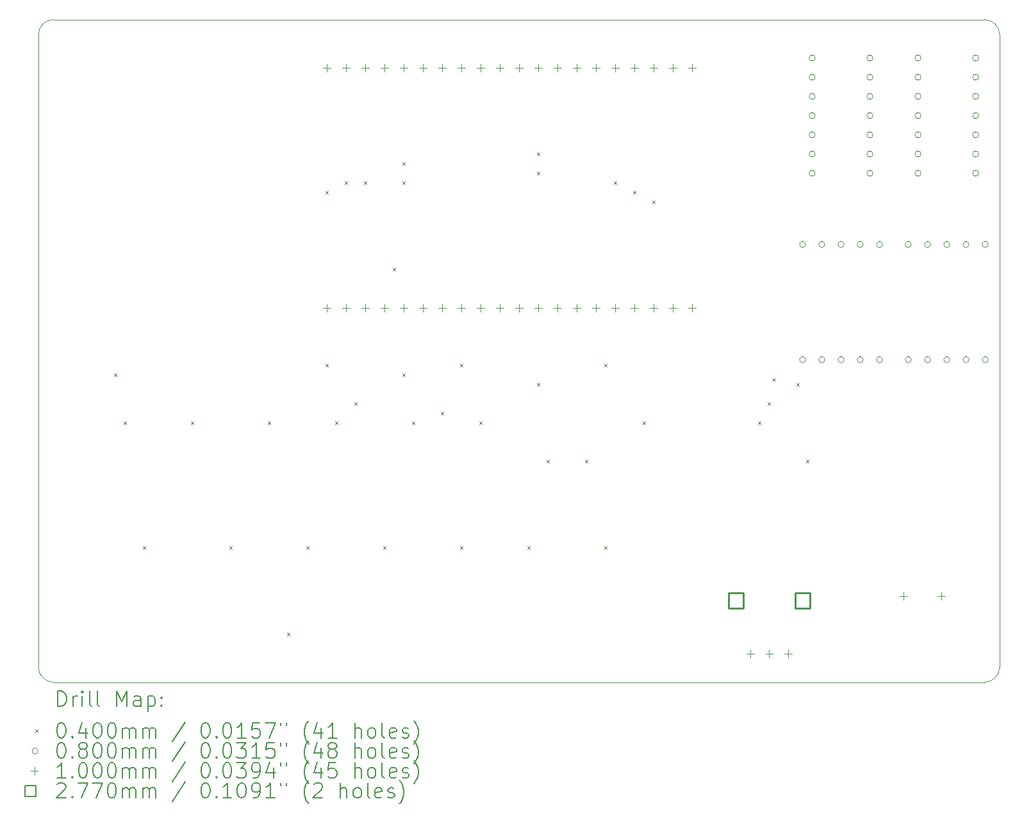
<source format=gbr>
%TF.GenerationSoftware,KiCad,Pcbnew,7.0.9*%
%TF.CreationDate,2023-12-22T14:46:20+09:00*%
%TF.ProjectId,Dev_IO_Board,4465765f-494f-45f4-926f-6172642e6b69,1.0.0*%
%TF.SameCoordinates,Original*%
%TF.FileFunction,Drillmap*%
%TF.FilePolarity,Positive*%
%FSLAX45Y45*%
G04 Gerber Fmt 4.5, Leading zero omitted, Abs format (unit mm)*
G04 Created by KiCad (PCBNEW 7.0.9) date 2023-12-22 14:46:20*
%MOMM*%
%LPD*%
G01*
G04 APERTURE LIST*
%ADD10C,0.100000*%
%ADD11C,0.200000*%
%ADD12C,0.277000*%
G04 APERTURE END LIST*
D10*
X8372500Y-14198595D02*
X8372500Y-5835595D01*
X20872500Y-14398600D02*
G75*
G03*
X21072500Y-14198595I0J200000D01*
G01*
X20872500Y-14398595D02*
X8572500Y-14398595D01*
X8572500Y-5635590D02*
G75*
G03*
X8372500Y-5835595I0J-200000D01*
G01*
X21072495Y-5835595D02*
G75*
G03*
X20872500Y-5635595I-199995J5D01*
G01*
X8572500Y-5635595D02*
X20872500Y-5635595D01*
X8372505Y-14198595D02*
G75*
G03*
X8572500Y-14398595I199995J-5D01*
G01*
X21072500Y-5835595D02*
X21072500Y-14198595D01*
D11*
D10*
X9368500Y-10314595D02*
X9408500Y-10354595D01*
X9408500Y-10314595D02*
X9368500Y-10354595D01*
X9495500Y-10949595D02*
X9535500Y-10989595D01*
X9535500Y-10949595D02*
X9495500Y-10989595D01*
X9749500Y-12600595D02*
X9789500Y-12640595D01*
X9789500Y-12600595D02*
X9749500Y-12640595D01*
X10384500Y-10949595D02*
X10424500Y-10989595D01*
X10424500Y-10949595D02*
X10384500Y-10989595D01*
X10892500Y-12600595D02*
X10932500Y-12640595D01*
X10932500Y-12600595D02*
X10892500Y-12640595D01*
X11400500Y-10949595D02*
X11440500Y-10989595D01*
X11440500Y-10949595D02*
X11400500Y-10989595D01*
X11654500Y-13743595D02*
X11694500Y-13783595D01*
X11694500Y-13743595D02*
X11654500Y-13783595D01*
X11908500Y-12600595D02*
X11948500Y-12640595D01*
X11948500Y-12600595D02*
X11908500Y-12640595D01*
X12162500Y-7901595D02*
X12202500Y-7941595D01*
X12202500Y-7901595D02*
X12162500Y-7941595D01*
X12162500Y-10187595D02*
X12202500Y-10227595D01*
X12202500Y-10187595D02*
X12162500Y-10227595D01*
X12289500Y-10949595D02*
X12329500Y-10989595D01*
X12329500Y-10949595D02*
X12289500Y-10989595D01*
X12416500Y-7774595D02*
X12456500Y-7814595D01*
X12456500Y-7774595D02*
X12416500Y-7814595D01*
X12543500Y-10695595D02*
X12583500Y-10735595D01*
X12583500Y-10695595D02*
X12543500Y-10735595D01*
X12670500Y-7774595D02*
X12710500Y-7814595D01*
X12710500Y-7774595D02*
X12670500Y-7814595D01*
X12924500Y-12600595D02*
X12964500Y-12640595D01*
X12964500Y-12600595D02*
X12924500Y-12640595D01*
X13051500Y-8917595D02*
X13091500Y-8957595D01*
X13091500Y-8917595D02*
X13051500Y-8957595D01*
X13178500Y-7520595D02*
X13218500Y-7560595D01*
X13218500Y-7520595D02*
X13178500Y-7560595D01*
X13178500Y-7774595D02*
X13218500Y-7814595D01*
X13218500Y-7774595D02*
X13178500Y-7814595D01*
X13178500Y-10314595D02*
X13218500Y-10354595D01*
X13218500Y-10314595D02*
X13178500Y-10354595D01*
X13305500Y-10949595D02*
X13345500Y-10989595D01*
X13345500Y-10949595D02*
X13305500Y-10989595D01*
X13686500Y-10822595D02*
X13726500Y-10862595D01*
X13726500Y-10822595D02*
X13686500Y-10862595D01*
X13940500Y-10187595D02*
X13980500Y-10227595D01*
X13980500Y-10187595D02*
X13940500Y-10227595D01*
X13940500Y-12600595D02*
X13980500Y-12640595D01*
X13980500Y-12600595D02*
X13940500Y-12640595D01*
X14194500Y-10949595D02*
X14234500Y-10989595D01*
X14234500Y-10949595D02*
X14194500Y-10989595D01*
X14829500Y-12600595D02*
X14869500Y-12640595D01*
X14869500Y-12600595D02*
X14829500Y-12640595D01*
X14956500Y-7393595D02*
X14996500Y-7433595D01*
X14996500Y-7393595D02*
X14956500Y-7433595D01*
X14956500Y-7647595D02*
X14996500Y-7687595D01*
X14996500Y-7647595D02*
X14956500Y-7687595D01*
X14956500Y-10441595D02*
X14996500Y-10481595D01*
X14996500Y-10441595D02*
X14956500Y-10481595D01*
X15083500Y-11457595D02*
X15123500Y-11497595D01*
X15123500Y-11457595D02*
X15083500Y-11497595D01*
X15591500Y-11457595D02*
X15631500Y-11497595D01*
X15631500Y-11457595D02*
X15591500Y-11497595D01*
X15845500Y-10187595D02*
X15885500Y-10227595D01*
X15885500Y-10187595D02*
X15845500Y-10227595D01*
X15845500Y-12600595D02*
X15885500Y-12640595D01*
X15885500Y-12600595D02*
X15845500Y-12640595D01*
X15972500Y-7774595D02*
X16012500Y-7814595D01*
X16012500Y-7774595D02*
X15972500Y-7814595D01*
X16226500Y-7901595D02*
X16266500Y-7941595D01*
X16266500Y-7901595D02*
X16226500Y-7941595D01*
X16353500Y-10949595D02*
X16393500Y-10989595D01*
X16393500Y-10949595D02*
X16353500Y-10989595D01*
X16480500Y-8028595D02*
X16520500Y-8068595D01*
X16520500Y-8028595D02*
X16480500Y-8068595D01*
X17877500Y-10949595D02*
X17917500Y-10989595D01*
X17917500Y-10949595D02*
X17877500Y-10989595D01*
X18004500Y-10695595D02*
X18044500Y-10735595D01*
X18044500Y-10695595D02*
X18004500Y-10735595D01*
X18068000Y-10378095D02*
X18108000Y-10418095D01*
X18108000Y-10378095D02*
X18068000Y-10418095D01*
X18385500Y-10441595D02*
X18425500Y-10481595D01*
X18425500Y-10441595D02*
X18385500Y-10481595D01*
X18512500Y-11457595D02*
X18552500Y-11497595D01*
X18552500Y-11457595D02*
X18512500Y-11497595D01*
X18509000Y-8607845D02*
G75*
G03*
X18509000Y-8607845I-40000J0D01*
G01*
X18509000Y-10131845D02*
G75*
G03*
X18509000Y-10131845I-40000J0D01*
G01*
X18636000Y-6143095D02*
G75*
G03*
X18636000Y-6143095I-40000J0D01*
G01*
X18636000Y-6397095D02*
G75*
G03*
X18636000Y-6397095I-40000J0D01*
G01*
X18636000Y-6651095D02*
G75*
G03*
X18636000Y-6651095I-40000J0D01*
G01*
X18636000Y-6905095D02*
G75*
G03*
X18636000Y-6905095I-40000J0D01*
G01*
X18636000Y-7159095D02*
G75*
G03*
X18636000Y-7159095I-40000J0D01*
G01*
X18636000Y-7413095D02*
G75*
G03*
X18636000Y-7413095I-40000J0D01*
G01*
X18636000Y-7667095D02*
G75*
G03*
X18636000Y-7667095I-40000J0D01*
G01*
X18763000Y-8607845D02*
G75*
G03*
X18763000Y-8607845I-40000J0D01*
G01*
X18763000Y-10131845D02*
G75*
G03*
X18763000Y-10131845I-40000J0D01*
G01*
X19017000Y-8607845D02*
G75*
G03*
X19017000Y-8607845I-40000J0D01*
G01*
X19017000Y-10131845D02*
G75*
G03*
X19017000Y-10131845I-40000J0D01*
G01*
X19271000Y-8607845D02*
G75*
G03*
X19271000Y-8607845I-40000J0D01*
G01*
X19271000Y-10131845D02*
G75*
G03*
X19271000Y-10131845I-40000J0D01*
G01*
X19398000Y-6143095D02*
G75*
G03*
X19398000Y-6143095I-40000J0D01*
G01*
X19398000Y-6397095D02*
G75*
G03*
X19398000Y-6397095I-40000J0D01*
G01*
X19398000Y-6651095D02*
G75*
G03*
X19398000Y-6651095I-40000J0D01*
G01*
X19398000Y-6905095D02*
G75*
G03*
X19398000Y-6905095I-40000J0D01*
G01*
X19398000Y-7159095D02*
G75*
G03*
X19398000Y-7159095I-40000J0D01*
G01*
X19398000Y-7413095D02*
G75*
G03*
X19398000Y-7413095I-40000J0D01*
G01*
X19398000Y-7667095D02*
G75*
G03*
X19398000Y-7667095I-40000J0D01*
G01*
X19525000Y-8607845D02*
G75*
G03*
X19525000Y-8607845I-40000J0D01*
G01*
X19525000Y-10131845D02*
G75*
G03*
X19525000Y-10131845I-40000J0D01*
G01*
X19906000Y-8607845D02*
G75*
G03*
X19906000Y-8607845I-40000J0D01*
G01*
X19906000Y-10131845D02*
G75*
G03*
X19906000Y-10131845I-40000J0D01*
G01*
X20034000Y-6143095D02*
G75*
G03*
X20034000Y-6143095I-40000J0D01*
G01*
X20034000Y-6397095D02*
G75*
G03*
X20034000Y-6397095I-40000J0D01*
G01*
X20034000Y-6651095D02*
G75*
G03*
X20034000Y-6651095I-40000J0D01*
G01*
X20034000Y-6905095D02*
G75*
G03*
X20034000Y-6905095I-40000J0D01*
G01*
X20034000Y-7159095D02*
G75*
G03*
X20034000Y-7159095I-40000J0D01*
G01*
X20034000Y-7413095D02*
G75*
G03*
X20034000Y-7413095I-40000J0D01*
G01*
X20034000Y-7667095D02*
G75*
G03*
X20034000Y-7667095I-40000J0D01*
G01*
X20160000Y-8607845D02*
G75*
G03*
X20160000Y-8607845I-40000J0D01*
G01*
X20160000Y-10131845D02*
G75*
G03*
X20160000Y-10131845I-40000J0D01*
G01*
X20414000Y-8607845D02*
G75*
G03*
X20414000Y-8607845I-40000J0D01*
G01*
X20414000Y-10131845D02*
G75*
G03*
X20414000Y-10131845I-40000J0D01*
G01*
X20668000Y-8607845D02*
G75*
G03*
X20668000Y-8607845I-40000J0D01*
G01*
X20668000Y-10131845D02*
G75*
G03*
X20668000Y-10131845I-40000J0D01*
G01*
X20796000Y-6143095D02*
G75*
G03*
X20796000Y-6143095I-40000J0D01*
G01*
X20796000Y-6397095D02*
G75*
G03*
X20796000Y-6397095I-40000J0D01*
G01*
X20796000Y-6651095D02*
G75*
G03*
X20796000Y-6651095I-40000J0D01*
G01*
X20796000Y-6905095D02*
G75*
G03*
X20796000Y-6905095I-40000J0D01*
G01*
X20796000Y-7159095D02*
G75*
G03*
X20796000Y-7159095I-40000J0D01*
G01*
X20796000Y-7413095D02*
G75*
G03*
X20796000Y-7413095I-40000J0D01*
G01*
X20796000Y-7667095D02*
G75*
G03*
X20796000Y-7667095I-40000J0D01*
G01*
X20922000Y-8607845D02*
G75*
G03*
X20922000Y-8607845I-40000J0D01*
G01*
X20922000Y-10131845D02*
G75*
G03*
X20922000Y-10131845I-40000J0D01*
G01*
X12182500Y-6220595D02*
X12182500Y-6320595D01*
X12132500Y-6270595D02*
X12232500Y-6270595D01*
X12182500Y-9395595D02*
X12182500Y-9495595D01*
X12132500Y-9445595D02*
X12232500Y-9445595D01*
X12436500Y-6220595D02*
X12436500Y-6320595D01*
X12386500Y-6270595D02*
X12486500Y-6270595D01*
X12436500Y-9395595D02*
X12436500Y-9495595D01*
X12386500Y-9445595D02*
X12486500Y-9445595D01*
X12690500Y-6220595D02*
X12690500Y-6320595D01*
X12640500Y-6270595D02*
X12740500Y-6270595D01*
X12690500Y-9395595D02*
X12690500Y-9495595D01*
X12640500Y-9445595D02*
X12740500Y-9445595D01*
X12944500Y-6220595D02*
X12944500Y-6320595D01*
X12894500Y-6270595D02*
X12994500Y-6270595D01*
X12944500Y-9395595D02*
X12944500Y-9495595D01*
X12894500Y-9445595D02*
X12994500Y-9445595D01*
X13198500Y-6220595D02*
X13198500Y-6320595D01*
X13148500Y-6270595D02*
X13248500Y-6270595D01*
X13198500Y-9395595D02*
X13198500Y-9495595D01*
X13148500Y-9445595D02*
X13248500Y-9445595D01*
X13452500Y-6220595D02*
X13452500Y-6320595D01*
X13402500Y-6270595D02*
X13502500Y-6270595D01*
X13452500Y-9395595D02*
X13452500Y-9495595D01*
X13402500Y-9445595D02*
X13502500Y-9445595D01*
X13706500Y-6220595D02*
X13706500Y-6320595D01*
X13656500Y-6270595D02*
X13756500Y-6270595D01*
X13706500Y-9395595D02*
X13706500Y-9495595D01*
X13656500Y-9445595D02*
X13756500Y-9445595D01*
X13960500Y-6220595D02*
X13960500Y-6320595D01*
X13910500Y-6270595D02*
X14010500Y-6270595D01*
X13960500Y-9395595D02*
X13960500Y-9495595D01*
X13910500Y-9445595D02*
X14010500Y-9445595D01*
X14214500Y-6220595D02*
X14214500Y-6320595D01*
X14164500Y-6270595D02*
X14264500Y-6270595D01*
X14214500Y-9395595D02*
X14214500Y-9495595D01*
X14164500Y-9445595D02*
X14264500Y-9445595D01*
X14468500Y-6220595D02*
X14468500Y-6320595D01*
X14418500Y-6270595D02*
X14518500Y-6270595D01*
X14468500Y-9395595D02*
X14468500Y-9495595D01*
X14418500Y-9445595D02*
X14518500Y-9445595D01*
X14722500Y-6220595D02*
X14722500Y-6320595D01*
X14672500Y-6270595D02*
X14772500Y-6270595D01*
X14722500Y-9395595D02*
X14722500Y-9495595D01*
X14672500Y-9445595D02*
X14772500Y-9445595D01*
X14976500Y-6220595D02*
X14976500Y-6320595D01*
X14926500Y-6270595D02*
X15026500Y-6270595D01*
X14976500Y-9395595D02*
X14976500Y-9495595D01*
X14926500Y-9445595D02*
X15026500Y-9445595D01*
X15230500Y-6220595D02*
X15230500Y-6320595D01*
X15180500Y-6270595D02*
X15280500Y-6270595D01*
X15230500Y-9395595D02*
X15230500Y-9495595D01*
X15180500Y-9445595D02*
X15280500Y-9445595D01*
X15484500Y-6220595D02*
X15484500Y-6320595D01*
X15434500Y-6270595D02*
X15534500Y-6270595D01*
X15484500Y-9395595D02*
X15484500Y-9495595D01*
X15434500Y-9445595D02*
X15534500Y-9445595D01*
X15738500Y-6220595D02*
X15738500Y-6320595D01*
X15688500Y-6270595D02*
X15788500Y-6270595D01*
X15738500Y-9395595D02*
X15738500Y-9495595D01*
X15688500Y-9445595D02*
X15788500Y-9445595D01*
X15992500Y-6220595D02*
X15992500Y-6320595D01*
X15942500Y-6270595D02*
X16042500Y-6270595D01*
X15992500Y-9395595D02*
X15992500Y-9495595D01*
X15942500Y-9445595D02*
X16042500Y-9445595D01*
X16246500Y-6220595D02*
X16246500Y-6320595D01*
X16196500Y-6270595D02*
X16296500Y-6270595D01*
X16246500Y-9395595D02*
X16246500Y-9495595D01*
X16196500Y-9445595D02*
X16296500Y-9445595D01*
X16500500Y-6220595D02*
X16500500Y-6320595D01*
X16450500Y-6270595D02*
X16550500Y-6270595D01*
X16500500Y-9395595D02*
X16500500Y-9495595D01*
X16450500Y-9445595D02*
X16550500Y-9445595D01*
X16754500Y-6220595D02*
X16754500Y-6320595D01*
X16704500Y-6270595D02*
X16804500Y-6270595D01*
X16754500Y-9395595D02*
X16754500Y-9495595D01*
X16704500Y-9445595D02*
X16804500Y-9445595D01*
X17008500Y-6220595D02*
X17008500Y-6320595D01*
X16958500Y-6270595D02*
X17058500Y-6270595D01*
X17008500Y-9395595D02*
X17008500Y-9495595D01*
X16958500Y-9445595D02*
X17058500Y-9445595D01*
X17778500Y-13967595D02*
X17778500Y-14067595D01*
X17728500Y-14017595D02*
X17828500Y-14017595D01*
X18028500Y-13967595D02*
X18028500Y-14067595D01*
X17978500Y-14017595D02*
X18078500Y-14017595D01*
X18278500Y-13967595D02*
X18278500Y-14067595D01*
X18228500Y-14017595D02*
X18328500Y-14017595D01*
X19802500Y-13205595D02*
X19802500Y-13305595D01*
X19752500Y-13255595D02*
X19852500Y-13255595D01*
X20302500Y-13205595D02*
X20302500Y-13305595D01*
X20252500Y-13255595D02*
X20352500Y-13255595D01*
D12*
X17686435Y-13415530D02*
X17686435Y-13219660D01*
X17490565Y-13219660D01*
X17490565Y-13415530D01*
X17686435Y-13415530D01*
X18566435Y-13415530D02*
X18566435Y-13219660D01*
X18370565Y-13219660D01*
X18370565Y-13415530D01*
X18566435Y-13415530D01*
D11*
X8628277Y-14715079D02*
X8628277Y-14515079D01*
X8628277Y-14515079D02*
X8675896Y-14515079D01*
X8675896Y-14515079D02*
X8704467Y-14524603D01*
X8704467Y-14524603D02*
X8723515Y-14543650D01*
X8723515Y-14543650D02*
X8733039Y-14562698D01*
X8733039Y-14562698D02*
X8742563Y-14600793D01*
X8742563Y-14600793D02*
X8742563Y-14629365D01*
X8742563Y-14629365D02*
X8733039Y-14667460D01*
X8733039Y-14667460D02*
X8723515Y-14686507D01*
X8723515Y-14686507D02*
X8704467Y-14705555D01*
X8704467Y-14705555D02*
X8675896Y-14715079D01*
X8675896Y-14715079D02*
X8628277Y-14715079D01*
X8828277Y-14715079D02*
X8828277Y-14581745D01*
X8828277Y-14619841D02*
X8837801Y-14600793D01*
X8837801Y-14600793D02*
X8847324Y-14591269D01*
X8847324Y-14591269D02*
X8866372Y-14581745D01*
X8866372Y-14581745D02*
X8885420Y-14581745D01*
X8952086Y-14715079D02*
X8952086Y-14581745D01*
X8952086Y-14515079D02*
X8942563Y-14524603D01*
X8942563Y-14524603D02*
X8952086Y-14534126D01*
X8952086Y-14534126D02*
X8961610Y-14524603D01*
X8961610Y-14524603D02*
X8952086Y-14515079D01*
X8952086Y-14515079D02*
X8952086Y-14534126D01*
X9075896Y-14715079D02*
X9056848Y-14705555D01*
X9056848Y-14705555D02*
X9047324Y-14686507D01*
X9047324Y-14686507D02*
X9047324Y-14515079D01*
X9180658Y-14715079D02*
X9161610Y-14705555D01*
X9161610Y-14705555D02*
X9152086Y-14686507D01*
X9152086Y-14686507D02*
X9152086Y-14515079D01*
X9409229Y-14715079D02*
X9409229Y-14515079D01*
X9409229Y-14515079D02*
X9475896Y-14657936D01*
X9475896Y-14657936D02*
X9542563Y-14515079D01*
X9542563Y-14515079D02*
X9542563Y-14715079D01*
X9723515Y-14715079D02*
X9723515Y-14610317D01*
X9723515Y-14610317D02*
X9713991Y-14591269D01*
X9713991Y-14591269D02*
X9694944Y-14581745D01*
X9694944Y-14581745D02*
X9656848Y-14581745D01*
X9656848Y-14581745D02*
X9637801Y-14591269D01*
X9723515Y-14705555D02*
X9704467Y-14715079D01*
X9704467Y-14715079D02*
X9656848Y-14715079D01*
X9656848Y-14715079D02*
X9637801Y-14705555D01*
X9637801Y-14705555D02*
X9628277Y-14686507D01*
X9628277Y-14686507D02*
X9628277Y-14667460D01*
X9628277Y-14667460D02*
X9637801Y-14648412D01*
X9637801Y-14648412D02*
X9656848Y-14638888D01*
X9656848Y-14638888D02*
X9704467Y-14638888D01*
X9704467Y-14638888D02*
X9723515Y-14629365D01*
X9818753Y-14581745D02*
X9818753Y-14781745D01*
X9818753Y-14591269D02*
X9837801Y-14581745D01*
X9837801Y-14581745D02*
X9875896Y-14581745D01*
X9875896Y-14581745D02*
X9894944Y-14591269D01*
X9894944Y-14591269D02*
X9904467Y-14600793D01*
X9904467Y-14600793D02*
X9913991Y-14619841D01*
X9913991Y-14619841D02*
X9913991Y-14676984D01*
X9913991Y-14676984D02*
X9904467Y-14696031D01*
X9904467Y-14696031D02*
X9894944Y-14705555D01*
X9894944Y-14705555D02*
X9875896Y-14715079D01*
X9875896Y-14715079D02*
X9837801Y-14715079D01*
X9837801Y-14715079D02*
X9818753Y-14705555D01*
X9999705Y-14696031D02*
X10009229Y-14705555D01*
X10009229Y-14705555D02*
X9999705Y-14715079D01*
X9999705Y-14715079D02*
X9990182Y-14705555D01*
X9990182Y-14705555D02*
X9999705Y-14696031D01*
X9999705Y-14696031D02*
X9999705Y-14715079D01*
X9999705Y-14591269D02*
X10009229Y-14600793D01*
X10009229Y-14600793D02*
X9999705Y-14610317D01*
X9999705Y-14610317D02*
X9990182Y-14600793D01*
X9990182Y-14600793D02*
X9999705Y-14591269D01*
X9999705Y-14591269D02*
X9999705Y-14610317D01*
D10*
X8327500Y-15023595D02*
X8367500Y-15063595D01*
X8367500Y-15023595D02*
X8327500Y-15063595D01*
D11*
X8666372Y-14935079D02*
X8685420Y-14935079D01*
X8685420Y-14935079D02*
X8704467Y-14944603D01*
X8704467Y-14944603D02*
X8713991Y-14954126D01*
X8713991Y-14954126D02*
X8723515Y-14973174D01*
X8723515Y-14973174D02*
X8733039Y-15011269D01*
X8733039Y-15011269D02*
X8733039Y-15058888D01*
X8733039Y-15058888D02*
X8723515Y-15096984D01*
X8723515Y-15096984D02*
X8713991Y-15116031D01*
X8713991Y-15116031D02*
X8704467Y-15125555D01*
X8704467Y-15125555D02*
X8685420Y-15135079D01*
X8685420Y-15135079D02*
X8666372Y-15135079D01*
X8666372Y-15135079D02*
X8647324Y-15125555D01*
X8647324Y-15125555D02*
X8637801Y-15116031D01*
X8637801Y-15116031D02*
X8628277Y-15096984D01*
X8628277Y-15096984D02*
X8618753Y-15058888D01*
X8618753Y-15058888D02*
X8618753Y-15011269D01*
X8618753Y-15011269D02*
X8628277Y-14973174D01*
X8628277Y-14973174D02*
X8637801Y-14954126D01*
X8637801Y-14954126D02*
X8647324Y-14944603D01*
X8647324Y-14944603D02*
X8666372Y-14935079D01*
X8818753Y-15116031D02*
X8828277Y-15125555D01*
X8828277Y-15125555D02*
X8818753Y-15135079D01*
X8818753Y-15135079D02*
X8809229Y-15125555D01*
X8809229Y-15125555D02*
X8818753Y-15116031D01*
X8818753Y-15116031D02*
X8818753Y-15135079D01*
X8999705Y-15001745D02*
X8999705Y-15135079D01*
X8952086Y-14925555D02*
X8904467Y-15068412D01*
X8904467Y-15068412D02*
X9028277Y-15068412D01*
X9142563Y-14935079D02*
X9161610Y-14935079D01*
X9161610Y-14935079D02*
X9180658Y-14944603D01*
X9180658Y-14944603D02*
X9190182Y-14954126D01*
X9190182Y-14954126D02*
X9199705Y-14973174D01*
X9199705Y-14973174D02*
X9209229Y-15011269D01*
X9209229Y-15011269D02*
X9209229Y-15058888D01*
X9209229Y-15058888D02*
X9199705Y-15096984D01*
X9199705Y-15096984D02*
X9190182Y-15116031D01*
X9190182Y-15116031D02*
X9180658Y-15125555D01*
X9180658Y-15125555D02*
X9161610Y-15135079D01*
X9161610Y-15135079D02*
X9142563Y-15135079D01*
X9142563Y-15135079D02*
X9123515Y-15125555D01*
X9123515Y-15125555D02*
X9113991Y-15116031D01*
X9113991Y-15116031D02*
X9104467Y-15096984D01*
X9104467Y-15096984D02*
X9094944Y-15058888D01*
X9094944Y-15058888D02*
X9094944Y-15011269D01*
X9094944Y-15011269D02*
X9104467Y-14973174D01*
X9104467Y-14973174D02*
X9113991Y-14954126D01*
X9113991Y-14954126D02*
X9123515Y-14944603D01*
X9123515Y-14944603D02*
X9142563Y-14935079D01*
X9333039Y-14935079D02*
X9352086Y-14935079D01*
X9352086Y-14935079D02*
X9371134Y-14944603D01*
X9371134Y-14944603D02*
X9380658Y-14954126D01*
X9380658Y-14954126D02*
X9390182Y-14973174D01*
X9390182Y-14973174D02*
X9399705Y-15011269D01*
X9399705Y-15011269D02*
X9399705Y-15058888D01*
X9399705Y-15058888D02*
X9390182Y-15096984D01*
X9390182Y-15096984D02*
X9380658Y-15116031D01*
X9380658Y-15116031D02*
X9371134Y-15125555D01*
X9371134Y-15125555D02*
X9352086Y-15135079D01*
X9352086Y-15135079D02*
X9333039Y-15135079D01*
X9333039Y-15135079D02*
X9313991Y-15125555D01*
X9313991Y-15125555D02*
X9304467Y-15116031D01*
X9304467Y-15116031D02*
X9294944Y-15096984D01*
X9294944Y-15096984D02*
X9285420Y-15058888D01*
X9285420Y-15058888D02*
X9285420Y-15011269D01*
X9285420Y-15011269D02*
X9294944Y-14973174D01*
X9294944Y-14973174D02*
X9304467Y-14954126D01*
X9304467Y-14954126D02*
X9313991Y-14944603D01*
X9313991Y-14944603D02*
X9333039Y-14935079D01*
X9485420Y-15135079D02*
X9485420Y-15001745D01*
X9485420Y-15020793D02*
X9494944Y-15011269D01*
X9494944Y-15011269D02*
X9513991Y-15001745D01*
X9513991Y-15001745D02*
X9542563Y-15001745D01*
X9542563Y-15001745D02*
X9561610Y-15011269D01*
X9561610Y-15011269D02*
X9571134Y-15030317D01*
X9571134Y-15030317D02*
X9571134Y-15135079D01*
X9571134Y-15030317D02*
X9580658Y-15011269D01*
X9580658Y-15011269D02*
X9599705Y-15001745D01*
X9599705Y-15001745D02*
X9628277Y-15001745D01*
X9628277Y-15001745D02*
X9647325Y-15011269D01*
X9647325Y-15011269D02*
X9656848Y-15030317D01*
X9656848Y-15030317D02*
X9656848Y-15135079D01*
X9752086Y-15135079D02*
X9752086Y-15001745D01*
X9752086Y-15020793D02*
X9761610Y-15011269D01*
X9761610Y-15011269D02*
X9780658Y-15001745D01*
X9780658Y-15001745D02*
X9809229Y-15001745D01*
X9809229Y-15001745D02*
X9828277Y-15011269D01*
X9828277Y-15011269D02*
X9837801Y-15030317D01*
X9837801Y-15030317D02*
X9837801Y-15135079D01*
X9837801Y-15030317D02*
X9847325Y-15011269D01*
X9847325Y-15011269D02*
X9866372Y-15001745D01*
X9866372Y-15001745D02*
X9894944Y-15001745D01*
X9894944Y-15001745D02*
X9913991Y-15011269D01*
X9913991Y-15011269D02*
X9923515Y-15030317D01*
X9923515Y-15030317D02*
X9923515Y-15135079D01*
X10313991Y-14925555D02*
X10142563Y-15182698D01*
X10571134Y-14935079D02*
X10590182Y-14935079D01*
X10590182Y-14935079D02*
X10609229Y-14944603D01*
X10609229Y-14944603D02*
X10618753Y-14954126D01*
X10618753Y-14954126D02*
X10628277Y-14973174D01*
X10628277Y-14973174D02*
X10637801Y-15011269D01*
X10637801Y-15011269D02*
X10637801Y-15058888D01*
X10637801Y-15058888D02*
X10628277Y-15096984D01*
X10628277Y-15096984D02*
X10618753Y-15116031D01*
X10618753Y-15116031D02*
X10609229Y-15125555D01*
X10609229Y-15125555D02*
X10590182Y-15135079D01*
X10590182Y-15135079D02*
X10571134Y-15135079D01*
X10571134Y-15135079D02*
X10552087Y-15125555D01*
X10552087Y-15125555D02*
X10542563Y-15116031D01*
X10542563Y-15116031D02*
X10533039Y-15096984D01*
X10533039Y-15096984D02*
X10523515Y-15058888D01*
X10523515Y-15058888D02*
X10523515Y-15011269D01*
X10523515Y-15011269D02*
X10533039Y-14973174D01*
X10533039Y-14973174D02*
X10542563Y-14954126D01*
X10542563Y-14954126D02*
X10552087Y-14944603D01*
X10552087Y-14944603D02*
X10571134Y-14935079D01*
X10723515Y-15116031D02*
X10733039Y-15125555D01*
X10733039Y-15125555D02*
X10723515Y-15135079D01*
X10723515Y-15135079D02*
X10713991Y-15125555D01*
X10713991Y-15125555D02*
X10723515Y-15116031D01*
X10723515Y-15116031D02*
X10723515Y-15135079D01*
X10856848Y-14935079D02*
X10875896Y-14935079D01*
X10875896Y-14935079D02*
X10894944Y-14944603D01*
X10894944Y-14944603D02*
X10904468Y-14954126D01*
X10904468Y-14954126D02*
X10913991Y-14973174D01*
X10913991Y-14973174D02*
X10923515Y-15011269D01*
X10923515Y-15011269D02*
X10923515Y-15058888D01*
X10923515Y-15058888D02*
X10913991Y-15096984D01*
X10913991Y-15096984D02*
X10904468Y-15116031D01*
X10904468Y-15116031D02*
X10894944Y-15125555D01*
X10894944Y-15125555D02*
X10875896Y-15135079D01*
X10875896Y-15135079D02*
X10856848Y-15135079D01*
X10856848Y-15135079D02*
X10837801Y-15125555D01*
X10837801Y-15125555D02*
X10828277Y-15116031D01*
X10828277Y-15116031D02*
X10818753Y-15096984D01*
X10818753Y-15096984D02*
X10809229Y-15058888D01*
X10809229Y-15058888D02*
X10809229Y-15011269D01*
X10809229Y-15011269D02*
X10818753Y-14973174D01*
X10818753Y-14973174D02*
X10828277Y-14954126D01*
X10828277Y-14954126D02*
X10837801Y-14944603D01*
X10837801Y-14944603D02*
X10856848Y-14935079D01*
X11113991Y-15135079D02*
X10999706Y-15135079D01*
X11056848Y-15135079D02*
X11056848Y-14935079D01*
X11056848Y-14935079D02*
X11037801Y-14963650D01*
X11037801Y-14963650D02*
X11018753Y-14982698D01*
X11018753Y-14982698D02*
X10999706Y-14992222D01*
X11294944Y-14935079D02*
X11199706Y-14935079D01*
X11199706Y-14935079D02*
X11190182Y-15030317D01*
X11190182Y-15030317D02*
X11199706Y-15020793D01*
X11199706Y-15020793D02*
X11218753Y-15011269D01*
X11218753Y-15011269D02*
X11266372Y-15011269D01*
X11266372Y-15011269D02*
X11285420Y-15020793D01*
X11285420Y-15020793D02*
X11294944Y-15030317D01*
X11294944Y-15030317D02*
X11304467Y-15049365D01*
X11304467Y-15049365D02*
X11304467Y-15096984D01*
X11304467Y-15096984D02*
X11294944Y-15116031D01*
X11294944Y-15116031D02*
X11285420Y-15125555D01*
X11285420Y-15125555D02*
X11266372Y-15135079D01*
X11266372Y-15135079D02*
X11218753Y-15135079D01*
X11218753Y-15135079D02*
X11199706Y-15125555D01*
X11199706Y-15125555D02*
X11190182Y-15116031D01*
X11371134Y-14935079D02*
X11504467Y-14935079D01*
X11504467Y-14935079D02*
X11418753Y-15135079D01*
X11571134Y-14935079D02*
X11571134Y-14973174D01*
X11647325Y-14935079D02*
X11647325Y-14973174D01*
X11942563Y-15211269D02*
X11933039Y-15201745D01*
X11933039Y-15201745D02*
X11913991Y-15173174D01*
X11913991Y-15173174D02*
X11904468Y-15154126D01*
X11904468Y-15154126D02*
X11894944Y-15125555D01*
X11894944Y-15125555D02*
X11885420Y-15077936D01*
X11885420Y-15077936D02*
X11885420Y-15039841D01*
X11885420Y-15039841D02*
X11894944Y-14992222D01*
X11894944Y-14992222D02*
X11904468Y-14963650D01*
X11904468Y-14963650D02*
X11913991Y-14944603D01*
X11913991Y-14944603D02*
X11933039Y-14916031D01*
X11933039Y-14916031D02*
X11942563Y-14906507D01*
X12104468Y-15001745D02*
X12104468Y-15135079D01*
X12056848Y-14925555D02*
X12009229Y-15068412D01*
X12009229Y-15068412D02*
X12133039Y-15068412D01*
X12313991Y-15135079D02*
X12199706Y-15135079D01*
X12256848Y-15135079D02*
X12256848Y-14935079D01*
X12256848Y-14935079D02*
X12237801Y-14963650D01*
X12237801Y-14963650D02*
X12218753Y-14982698D01*
X12218753Y-14982698D02*
X12199706Y-14992222D01*
X12552087Y-15135079D02*
X12552087Y-14935079D01*
X12637801Y-15135079D02*
X12637801Y-15030317D01*
X12637801Y-15030317D02*
X12628277Y-15011269D01*
X12628277Y-15011269D02*
X12609230Y-15001745D01*
X12609230Y-15001745D02*
X12580658Y-15001745D01*
X12580658Y-15001745D02*
X12561610Y-15011269D01*
X12561610Y-15011269D02*
X12552087Y-15020793D01*
X12761610Y-15135079D02*
X12742563Y-15125555D01*
X12742563Y-15125555D02*
X12733039Y-15116031D01*
X12733039Y-15116031D02*
X12723515Y-15096984D01*
X12723515Y-15096984D02*
X12723515Y-15039841D01*
X12723515Y-15039841D02*
X12733039Y-15020793D01*
X12733039Y-15020793D02*
X12742563Y-15011269D01*
X12742563Y-15011269D02*
X12761610Y-15001745D01*
X12761610Y-15001745D02*
X12790182Y-15001745D01*
X12790182Y-15001745D02*
X12809230Y-15011269D01*
X12809230Y-15011269D02*
X12818753Y-15020793D01*
X12818753Y-15020793D02*
X12828277Y-15039841D01*
X12828277Y-15039841D02*
X12828277Y-15096984D01*
X12828277Y-15096984D02*
X12818753Y-15116031D01*
X12818753Y-15116031D02*
X12809230Y-15125555D01*
X12809230Y-15125555D02*
X12790182Y-15135079D01*
X12790182Y-15135079D02*
X12761610Y-15135079D01*
X12942563Y-15135079D02*
X12923515Y-15125555D01*
X12923515Y-15125555D02*
X12913991Y-15106507D01*
X12913991Y-15106507D02*
X12913991Y-14935079D01*
X13094944Y-15125555D02*
X13075896Y-15135079D01*
X13075896Y-15135079D02*
X13037801Y-15135079D01*
X13037801Y-15135079D02*
X13018753Y-15125555D01*
X13018753Y-15125555D02*
X13009230Y-15106507D01*
X13009230Y-15106507D02*
X13009230Y-15030317D01*
X13009230Y-15030317D02*
X13018753Y-15011269D01*
X13018753Y-15011269D02*
X13037801Y-15001745D01*
X13037801Y-15001745D02*
X13075896Y-15001745D01*
X13075896Y-15001745D02*
X13094944Y-15011269D01*
X13094944Y-15011269D02*
X13104468Y-15030317D01*
X13104468Y-15030317D02*
X13104468Y-15049365D01*
X13104468Y-15049365D02*
X13009230Y-15068412D01*
X13180658Y-15125555D02*
X13199706Y-15135079D01*
X13199706Y-15135079D02*
X13237801Y-15135079D01*
X13237801Y-15135079D02*
X13256849Y-15125555D01*
X13256849Y-15125555D02*
X13266372Y-15106507D01*
X13266372Y-15106507D02*
X13266372Y-15096984D01*
X13266372Y-15096984D02*
X13256849Y-15077936D01*
X13256849Y-15077936D02*
X13237801Y-15068412D01*
X13237801Y-15068412D02*
X13209230Y-15068412D01*
X13209230Y-15068412D02*
X13190182Y-15058888D01*
X13190182Y-15058888D02*
X13180658Y-15039841D01*
X13180658Y-15039841D02*
X13180658Y-15030317D01*
X13180658Y-15030317D02*
X13190182Y-15011269D01*
X13190182Y-15011269D02*
X13209230Y-15001745D01*
X13209230Y-15001745D02*
X13237801Y-15001745D01*
X13237801Y-15001745D02*
X13256849Y-15011269D01*
X13333039Y-15211269D02*
X13342563Y-15201745D01*
X13342563Y-15201745D02*
X13361611Y-15173174D01*
X13361611Y-15173174D02*
X13371134Y-15154126D01*
X13371134Y-15154126D02*
X13380658Y-15125555D01*
X13380658Y-15125555D02*
X13390182Y-15077936D01*
X13390182Y-15077936D02*
X13390182Y-15039841D01*
X13390182Y-15039841D02*
X13380658Y-14992222D01*
X13380658Y-14992222D02*
X13371134Y-14963650D01*
X13371134Y-14963650D02*
X13361611Y-14944603D01*
X13361611Y-14944603D02*
X13342563Y-14916031D01*
X13342563Y-14916031D02*
X13333039Y-14906507D01*
D10*
X8367500Y-15307595D02*
G75*
G03*
X8367500Y-15307595I-40000J0D01*
G01*
D11*
X8666372Y-15199079D02*
X8685420Y-15199079D01*
X8685420Y-15199079D02*
X8704467Y-15208603D01*
X8704467Y-15208603D02*
X8713991Y-15218126D01*
X8713991Y-15218126D02*
X8723515Y-15237174D01*
X8723515Y-15237174D02*
X8733039Y-15275269D01*
X8733039Y-15275269D02*
X8733039Y-15322888D01*
X8733039Y-15322888D02*
X8723515Y-15360984D01*
X8723515Y-15360984D02*
X8713991Y-15380031D01*
X8713991Y-15380031D02*
X8704467Y-15389555D01*
X8704467Y-15389555D02*
X8685420Y-15399079D01*
X8685420Y-15399079D02*
X8666372Y-15399079D01*
X8666372Y-15399079D02*
X8647324Y-15389555D01*
X8647324Y-15389555D02*
X8637801Y-15380031D01*
X8637801Y-15380031D02*
X8628277Y-15360984D01*
X8628277Y-15360984D02*
X8618753Y-15322888D01*
X8618753Y-15322888D02*
X8618753Y-15275269D01*
X8618753Y-15275269D02*
X8628277Y-15237174D01*
X8628277Y-15237174D02*
X8637801Y-15218126D01*
X8637801Y-15218126D02*
X8647324Y-15208603D01*
X8647324Y-15208603D02*
X8666372Y-15199079D01*
X8818753Y-15380031D02*
X8828277Y-15389555D01*
X8828277Y-15389555D02*
X8818753Y-15399079D01*
X8818753Y-15399079D02*
X8809229Y-15389555D01*
X8809229Y-15389555D02*
X8818753Y-15380031D01*
X8818753Y-15380031D02*
X8818753Y-15399079D01*
X8942563Y-15284793D02*
X8923515Y-15275269D01*
X8923515Y-15275269D02*
X8913991Y-15265745D01*
X8913991Y-15265745D02*
X8904467Y-15246698D01*
X8904467Y-15246698D02*
X8904467Y-15237174D01*
X8904467Y-15237174D02*
X8913991Y-15218126D01*
X8913991Y-15218126D02*
X8923515Y-15208603D01*
X8923515Y-15208603D02*
X8942563Y-15199079D01*
X8942563Y-15199079D02*
X8980658Y-15199079D01*
X8980658Y-15199079D02*
X8999705Y-15208603D01*
X8999705Y-15208603D02*
X9009229Y-15218126D01*
X9009229Y-15218126D02*
X9018753Y-15237174D01*
X9018753Y-15237174D02*
X9018753Y-15246698D01*
X9018753Y-15246698D02*
X9009229Y-15265745D01*
X9009229Y-15265745D02*
X8999705Y-15275269D01*
X8999705Y-15275269D02*
X8980658Y-15284793D01*
X8980658Y-15284793D02*
X8942563Y-15284793D01*
X8942563Y-15284793D02*
X8923515Y-15294317D01*
X8923515Y-15294317D02*
X8913991Y-15303841D01*
X8913991Y-15303841D02*
X8904467Y-15322888D01*
X8904467Y-15322888D02*
X8904467Y-15360984D01*
X8904467Y-15360984D02*
X8913991Y-15380031D01*
X8913991Y-15380031D02*
X8923515Y-15389555D01*
X8923515Y-15389555D02*
X8942563Y-15399079D01*
X8942563Y-15399079D02*
X8980658Y-15399079D01*
X8980658Y-15399079D02*
X8999705Y-15389555D01*
X8999705Y-15389555D02*
X9009229Y-15380031D01*
X9009229Y-15380031D02*
X9018753Y-15360984D01*
X9018753Y-15360984D02*
X9018753Y-15322888D01*
X9018753Y-15322888D02*
X9009229Y-15303841D01*
X9009229Y-15303841D02*
X8999705Y-15294317D01*
X8999705Y-15294317D02*
X8980658Y-15284793D01*
X9142563Y-15199079D02*
X9161610Y-15199079D01*
X9161610Y-15199079D02*
X9180658Y-15208603D01*
X9180658Y-15208603D02*
X9190182Y-15218126D01*
X9190182Y-15218126D02*
X9199705Y-15237174D01*
X9199705Y-15237174D02*
X9209229Y-15275269D01*
X9209229Y-15275269D02*
X9209229Y-15322888D01*
X9209229Y-15322888D02*
X9199705Y-15360984D01*
X9199705Y-15360984D02*
X9190182Y-15380031D01*
X9190182Y-15380031D02*
X9180658Y-15389555D01*
X9180658Y-15389555D02*
X9161610Y-15399079D01*
X9161610Y-15399079D02*
X9142563Y-15399079D01*
X9142563Y-15399079D02*
X9123515Y-15389555D01*
X9123515Y-15389555D02*
X9113991Y-15380031D01*
X9113991Y-15380031D02*
X9104467Y-15360984D01*
X9104467Y-15360984D02*
X9094944Y-15322888D01*
X9094944Y-15322888D02*
X9094944Y-15275269D01*
X9094944Y-15275269D02*
X9104467Y-15237174D01*
X9104467Y-15237174D02*
X9113991Y-15218126D01*
X9113991Y-15218126D02*
X9123515Y-15208603D01*
X9123515Y-15208603D02*
X9142563Y-15199079D01*
X9333039Y-15199079D02*
X9352086Y-15199079D01*
X9352086Y-15199079D02*
X9371134Y-15208603D01*
X9371134Y-15208603D02*
X9380658Y-15218126D01*
X9380658Y-15218126D02*
X9390182Y-15237174D01*
X9390182Y-15237174D02*
X9399705Y-15275269D01*
X9399705Y-15275269D02*
X9399705Y-15322888D01*
X9399705Y-15322888D02*
X9390182Y-15360984D01*
X9390182Y-15360984D02*
X9380658Y-15380031D01*
X9380658Y-15380031D02*
X9371134Y-15389555D01*
X9371134Y-15389555D02*
X9352086Y-15399079D01*
X9352086Y-15399079D02*
X9333039Y-15399079D01*
X9333039Y-15399079D02*
X9313991Y-15389555D01*
X9313991Y-15389555D02*
X9304467Y-15380031D01*
X9304467Y-15380031D02*
X9294944Y-15360984D01*
X9294944Y-15360984D02*
X9285420Y-15322888D01*
X9285420Y-15322888D02*
X9285420Y-15275269D01*
X9285420Y-15275269D02*
X9294944Y-15237174D01*
X9294944Y-15237174D02*
X9304467Y-15218126D01*
X9304467Y-15218126D02*
X9313991Y-15208603D01*
X9313991Y-15208603D02*
X9333039Y-15199079D01*
X9485420Y-15399079D02*
X9485420Y-15265745D01*
X9485420Y-15284793D02*
X9494944Y-15275269D01*
X9494944Y-15275269D02*
X9513991Y-15265745D01*
X9513991Y-15265745D02*
X9542563Y-15265745D01*
X9542563Y-15265745D02*
X9561610Y-15275269D01*
X9561610Y-15275269D02*
X9571134Y-15294317D01*
X9571134Y-15294317D02*
X9571134Y-15399079D01*
X9571134Y-15294317D02*
X9580658Y-15275269D01*
X9580658Y-15275269D02*
X9599705Y-15265745D01*
X9599705Y-15265745D02*
X9628277Y-15265745D01*
X9628277Y-15265745D02*
X9647325Y-15275269D01*
X9647325Y-15275269D02*
X9656848Y-15294317D01*
X9656848Y-15294317D02*
X9656848Y-15399079D01*
X9752086Y-15399079D02*
X9752086Y-15265745D01*
X9752086Y-15284793D02*
X9761610Y-15275269D01*
X9761610Y-15275269D02*
X9780658Y-15265745D01*
X9780658Y-15265745D02*
X9809229Y-15265745D01*
X9809229Y-15265745D02*
X9828277Y-15275269D01*
X9828277Y-15275269D02*
X9837801Y-15294317D01*
X9837801Y-15294317D02*
X9837801Y-15399079D01*
X9837801Y-15294317D02*
X9847325Y-15275269D01*
X9847325Y-15275269D02*
X9866372Y-15265745D01*
X9866372Y-15265745D02*
X9894944Y-15265745D01*
X9894944Y-15265745D02*
X9913991Y-15275269D01*
X9913991Y-15275269D02*
X9923515Y-15294317D01*
X9923515Y-15294317D02*
X9923515Y-15399079D01*
X10313991Y-15189555D02*
X10142563Y-15446698D01*
X10571134Y-15199079D02*
X10590182Y-15199079D01*
X10590182Y-15199079D02*
X10609229Y-15208603D01*
X10609229Y-15208603D02*
X10618753Y-15218126D01*
X10618753Y-15218126D02*
X10628277Y-15237174D01*
X10628277Y-15237174D02*
X10637801Y-15275269D01*
X10637801Y-15275269D02*
X10637801Y-15322888D01*
X10637801Y-15322888D02*
X10628277Y-15360984D01*
X10628277Y-15360984D02*
X10618753Y-15380031D01*
X10618753Y-15380031D02*
X10609229Y-15389555D01*
X10609229Y-15389555D02*
X10590182Y-15399079D01*
X10590182Y-15399079D02*
X10571134Y-15399079D01*
X10571134Y-15399079D02*
X10552087Y-15389555D01*
X10552087Y-15389555D02*
X10542563Y-15380031D01*
X10542563Y-15380031D02*
X10533039Y-15360984D01*
X10533039Y-15360984D02*
X10523515Y-15322888D01*
X10523515Y-15322888D02*
X10523515Y-15275269D01*
X10523515Y-15275269D02*
X10533039Y-15237174D01*
X10533039Y-15237174D02*
X10542563Y-15218126D01*
X10542563Y-15218126D02*
X10552087Y-15208603D01*
X10552087Y-15208603D02*
X10571134Y-15199079D01*
X10723515Y-15380031D02*
X10733039Y-15389555D01*
X10733039Y-15389555D02*
X10723515Y-15399079D01*
X10723515Y-15399079D02*
X10713991Y-15389555D01*
X10713991Y-15389555D02*
X10723515Y-15380031D01*
X10723515Y-15380031D02*
X10723515Y-15399079D01*
X10856848Y-15199079D02*
X10875896Y-15199079D01*
X10875896Y-15199079D02*
X10894944Y-15208603D01*
X10894944Y-15208603D02*
X10904468Y-15218126D01*
X10904468Y-15218126D02*
X10913991Y-15237174D01*
X10913991Y-15237174D02*
X10923515Y-15275269D01*
X10923515Y-15275269D02*
X10923515Y-15322888D01*
X10923515Y-15322888D02*
X10913991Y-15360984D01*
X10913991Y-15360984D02*
X10904468Y-15380031D01*
X10904468Y-15380031D02*
X10894944Y-15389555D01*
X10894944Y-15389555D02*
X10875896Y-15399079D01*
X10875896Y-15399079D02*
X10856848Y-15399079D01*
X10856848Y-15399079D02*
X10837801Y-15389555D01*
X10837801Y-15389555D02*
X10828277Y-15380031D01*
X10828277Y-15380031D02*
X10818753Y-15360984D01*
X10818753Y-15360984D02*
X10809229Y-15322888D01*
X10809229Y-15322888D02*
X10809229Y-15275269D01*
X10809229Y-15275269D02*
X10818753Y-15237174D01*
X10818753Y-15237174D02*
X10828277Y-15218126D01*
X10828277Y-15218126D02*
X10837801Y-15208603D01*
X10837801Y-15208603D02*
X10856848Y-15199079D01*
X10990182Y-15199079D02*
X11113991Y-15199079D01*
X11113991Y-15199079D02*
X11047325Y-15275269D01*
X11047325Y-15275269D02*
X11075896Y-15275269D01*
X11075896Y-15275269D02*
X11094944Y-15284793D01*
X11094944Y-15284793D02*
X11104468Y-15294317D01*
X11104468Y-15294317D02*
X11113991Y-15313365D01*
X11113991Y-15313365D02*
X11113991Y-15360984D01*
X11113991Y-15360984D02*
X11104468Y-15380031D01*
X11104468Y-15380031D02*
X11094944Y-15389555D01*
X11094944Y-15389555D02*
X11075896Y-15399079D01*
X11075896Y-15399079D02*
X11018753Y-15399079D01*
X11018753Y-15399079D02*
X10999706Y-15389555D01*
X10999706Y-15389555D02*
X10990182Y-15380031D01*
X11304467Y-15399079D02*
X11190182Y-15399079D01*
X11247325Y-15399079D02*
X11247325Y-15199079D01*
X11247325Y-15199079D02*
X11228277Y-15227650D01*
X11228277Y-15227650D02*
X11209229Y-15246698D01*
X11209229Y-15246698D02*
X11190182Y-15256222D01*
X11485420Y-15199079D02*
X11390182Y-15199079D01*
X11390182Y-15199079D02*
X11380658Y-15294317D01*
X11380658Y-15294317D02*
X11390182Y-15284793D01*
X11390182Y-15284793D02*
X11409229Y-15275269D01*
X11409229Y-15275269D02*
X11456848Y-15275269D01*
X11456848Y-15275269D02*
X11475896Y-15284793D01*
X11475896Y-15284793D02*
X11485420Y-15294317D01*
X11485420Y-15294317D02*
X11494944Y-15313365D01*
X11494944Y-15313365D02*
X11494944Y-15360984D01*
X11494944Y-15360984D02*
X11485420Y-15380031D01*
X11485420Y-15380031D02*
X11475896Y-15389555D01*
X11475896Y-15389555D02*
X11456848Y-15399079D01*
X11456848Y-15399079D02*
X11409229Y-15399079D01*
X11409229Y-15399079D02*
X11390182Y-15389555D01*
X11390182Y-15389555D02*
X11380658Y-15380031D01*
X11571134Y-15199079D02*
X11571134Y-15237174D01*
X11647325Y-15199079D02*
X11647325Y-15237174D01*
X11942563Y-15475269D02*
X11933039Y-15465745D01*
X11933039Y-15465745D02*
X11913991Y-15437174D01*
X11913991Y-15437174D02*
X11904468Y-15418126D01*
X11904468Y-15418126D02*
X11894944Y-15389555D01*
X11894944Y-15389555D02*
X11885420Y-15341936D01*
X11885420Y-15341936D02*
X11885420Y-15303841D01*
X11885420Y-15303841D02*
X11894944Y-15256222D01*
X11894944Y-15256222D02*
X11904468Y-15227650D01*
X11904468Y-15227650D02*
X11913991Y-15208603D01*
X11913991Y-15208603D02*
X11933039Y-15180031D01*
X11933039Y-15180031D02*
X11942563Y-15170507D01*
X12104468Y-15265745D02*
X12104468Y-15399079D01*
X12056848Y-15189555D02*
X12009229Y-15332412D01*
X12009229Y-15332412D02*
X12133039Y-15332412D01*
X12237801Y-15284793D02*
X12218753Y-15275269D01*
X12218753Y-15275269D02*
X12209229Y-15265745D01*
X12209229Y-15265745D02*
X12199706Y-15246698D01*
X12199706Y-15246698D02*
X12199706Y-15237174D01*
X12199706Y-15237174D02*
X12209229Y-15218126D01*
X12209229Y-15218126D02*
X12218753Y-15208603D01*
X12218753Y-15208603D02*
X12237801Y-15199079D01*
X12237801Y-15199079D02*
X12275896Y-15199079D01*
X12275896Y-15199079D02*
X12294944Y-15208603D01*
X12294944Y-15208603D02*
X12304468Y-15218126D01*
X12304468Y-15218126D02*
X12313991Y-15237174D01*
X12313991Y-15237174D02*
X12313991Y-15246698D01*
X12313991Y-15246698D02*
X12304468Y-15265745D01*
X12304468Y-15265745D02*
X12294944Y-15275269D01*
X12294944Y-15275269D02*
X12275896Y-15284793D01*
X12275896Y-15284793D02*
X12237801Y-15284793D01*
X12237801Y-15284793D02*
X12218753Y-15294317D01*
X12218753Y-15294317D02*
X12209229Y-15303841D01*
X12209229Y-15303841D02*
X12199706Y-15322888D01*
X12199706Y-15322888D02*
X12199706Y-15360984D01*
X12199706Y-15360984D02*
X12209229Y-15380031D01*
X12209229Y-15380031D02*
X12218753Y-15389555D01*
X12218753Y-15389555D02*
X12237801Y-15399079D01*
X12237801Y-15399079D02*
X12275896Y-15399079D01*
X12275896Y-15399079D02*
X12294944Y-15389555D01*
X12294944Y-15389555D02*
X12304468Y-15380031D01*
X12304468Y-15380031D02*
X12313991Y-15360984D01*
X12313991Y-15360984D02*
X12313991Y-15322888D01*
X12313991Y-15322888D02*
X12304468Y-15303841D01*
X12304468Y-15303841D02*
X12294944Y-15294317D01*
X12294944Y-15294317D02*
X12275896Y-15284793D01*
X12552087Y-15399079D02*
X12552087Y-15199079D01*
X12637801Y-15399079D02*
X12637801Y-15294317D01*
X12637801Y-15294317D02*
X12628277Y-15275269D01*
X12628277Y-15275269D02*
X12609230Y-15265745D01*
X12609230Y-15265745D02*
X12580658Y-15265745D01*
X12580658Y-15265745D02*
X12561610Y-15275269D01*
X12561610Y-15275269D02*
X12552087Y-15284793D01*
X12761610Y-15399079D02*
X12742563Y-15389555D01*
X12742563Y-15389555D02*
X12733039Y-15380031D01*
X12733039Y-15380031D02*
X12723515Y-15360984D01*
X12723515Y-15360984D02*
X12723515Y-15303841D01*
X12723515Y-15303841D02*
X12733039Y-15284793D01*
X12733039Y-15284793D02*
X12742563Y-15275269D01*
X12742563Y-15275269D02*
X12761610Y-15265745D01*
X12761610Y-15265745D02*
X12790182Y-15265745D01*
X12790182Y-15265745D02*
X12809230Y-15275269D01*
X12809230Y-15275269D02*
X12818753Y-15284793D01*
X12818753Y-15284793D02*
X12828277Y-15303841D01*
X12828277Y-15303841D02*
X12828277Y-15360984D01*
X12828277Y-15360984D02*
X12818753Y-15380031D01*
X12818753Y-15380031D02*
X12809230Y-15389555D01*
X12809230Y-15389555D02*
X12790182Y-15399079D01*
X12790182Y-15399079D02*
X12761610Y-15399079D01*
X12942563Y-15399079D02*
X12923515Y-15389555D01*
X12923515Y-15389555D02*
X12913991Y-15370507D01*
X12913991Y-15370507D02*
X12913991Y-15199079D01*
X13094944Y-15389555D02*
X13075896Y-15399079D01*
X13075896Y-15399079D02*
X13037801Y-15399079D01*
X13037801Y-15399079D02*
X13018753Y-15389555D01*
X13018753Y-15389555D02*
X13009230Y-15370507D01*
X13009230Y-15370507D02*
X13009230Y-15294317D01*
X13009230Y-15294317D02*
X13018753Y-15275269D01*
X13018753Y-15275269D02*
X13037801Y-15265745D01*
X13037801Y-15265745D02*
X13075896Y-15265745D01*
X13075896Y-15265745D02*
X13094944Y-15275269D01*
X13094944Y-15275269D02*
X13104468Y-15294317D01*
X13104468Y-15294317D02*
X13104468Y-15313365D01*
X13104468Y-15313365D02*
X13009230Y-15332412D01*
X13180658Y-15389555D02*
X13199706Y-15399079D01*
X13199706Y-15399079D02*
X13237801Y-15399079D01*
X13237801Y-15399079D02*
X13256849Y-15389555D01*
X13256849Y-15389555D02*
X13266372Y-15370507D01*
X13266372Y-15370507D02*
X13266372Y-15360984D01*
X13266372Y-15360984D02*
X13256849Y-15341936D01*
X13256849Y-15341936D02*
X13237801Y-15332412D01*
X13237801Y-15332412D02*
X13209230Y-15332412D01*
X13209230Y-15332412D02*
X13190182Y-15322888D01*
X13190182Y-15322888D02*
X13180658Y-15303841D01*
X13180658Y-15303841D02*
X13180658Y-15294317D01*
X13180658Y-15294317D02*
X13190182Y-15275269D01*
X13190182Y-15275269D02*
X13209230Y-15265745D01*
X13209230Y-15265745D02*
X13237801Y-15265745D01*
X13237801Y-15265745D02*
X13256849Y-15275269D01*
X13333039Y-15475269D02*
X13342563Y-15465745D01*
X13342563Y-15465745D02*
X13361611Y-15437174D01*
X13361611Y-15437174D02*
X13371134Y-15418126D01*
X13371134Y-15418126D02*
X13380658Y-15389555D01*
X13380658Y-15389555D02*
X13390182Y-15341936D01*
X13390182Y-15341936D02*
X13390182Y-15303841D01*
X13390182Y-15303841D02*
X13380658Y-15256222D01*
X13380658Y-15256222D02*
X13371134Y-15227650D01*
X13371134Y-15227650D02*
X13361611Y-15208603D01*
X13361611Y-15208603D02*
X13342563Y-15180031D01*
X13342563Y-15180031D02*
X13333039Y-15170507D01*
D10*
X8317500Y-15521595D02*
X8317500Y-15621595D01*
X8267500Y-15571595D02*
X8367500Y-15571595D01*
D11*
X8733039Y-15663079D02*
X8618753Y-15663079D01*
X8675896Y-15663079D02*
X8675896Y-15463079D01*
X8675896Y-15463079D02*
X8656848Y-15491650D01*
X8656848Y-15491650D02*
X8637801Y-15510698D01*
X8637801Y-15510698D02*
X8618753Y-15520222D01*
X8818753Y-15644031D02*
X8828277Y-15653555D01*
X8828277Y-15653555D02*
X8818753Y-15663079D01*
X8818753Y-15663079D02*
X8809229Y-15653555D01*
X8809229Y-15653555D02*
X8818753Y-15644031D01*
X8818753Y-15644031D02*
X8818753Y-15663079D01*
X8952086Y-15463079D02*
X8971134Y-15463079D01*
X8971134Y-15463079D02*
X8990182Y-15472603D01*
X8990182Y-15472603D02*
X8999705Y-15482126D01*
X8999705Y-15482126D02*
X9009229Y-15501174D01*
X9009229Y-15501174D02*
X9018753Y-15539269D01*
X9018753Y-15539269D02*
X9018753Y-15586888D01*
X9018753Y-15586888D02*
X9009229Y-15624984D01*
X9009229Y-15624984D02*
X8999705Y-15644031D01*
X8999705Y-15644031D02*
X8990182Y-15653555D01*
X8990182Y-15653555D02*
X8971134Y-15663079D01*
X8971134Y-15663079D02*
X8952086Y-15663079D01*
X8952086Y-15663079D02*
X8933039Y-15653555D01*
X8933039Y-15653555D02*
X8923515Y-15644031D01*
X8923515Y-15644031D02*
X8913991Y-15624984D01*
X8913991Y-15624984D02*
X8904467Y-15586888D01*
X8904467Y-15586888D02*
X8904467Y-15539269D01*
X8904467Y-15539269D02*
X8913991Y-15501174D01*
X8913991Y-15501174D02*
X8923515Y-15482126D01*
X8923515Y-15482126D02*
X8933039Y-15472603D01*
X8933039Y-15472603D02*
X8952086Y-15463079D01*
X9142563Y-15463079D02*
X9161610Y-15463079D01*
X9161610Y-15463079D02*
X9180658Y-15472603D01*
X9180658Y-15472603D02*
X9190182Y-15482126D01*
X9190182Y-15482126D02*
X9199705Y-15501174D01*
X9199705Y-15501174D02*
X9209229Y-15539269D01*
X9209229Y-15539269D02*
X9209229Y-15586888D01*
X9209229Y-15586888D02*
X9199705Y-15624984D01*
X9199705Y-15624984D02*
X9190182Y-15644031D01*
X9190182Y-15644031D02*
X9180658Y-15653555D01*
X9180658Y-15653555D02*
X9161610Y-15663079D01*
X9161610Y-15663079D02*
X9142563Y-15663079D01*
X9142563Y-15663079D02*
X9123515Y-15653555D01*
X9123515Y-15653555D02*
X9113991Y-15644031D01*
X9113991Y-15644031D02*
X9104467Y-15624984D01*
X9104467Y-15624984D02*
X9094944Y-15586888D01*
X9094944Y-15586888D02*
X9094944Y-15539269D01*
X9094944Y-15539269D02*
X9104467Y-15501174D01*
X9104467Y-15501174D02*
X9113991Y-15482126D01*
X9113991Y-15482126D02*
X9123515Y-15472603D01*
X9123515Y-15472603D02*
X9142563Y-15463079D01*
X9333039Y-15463079D02*
X9352086Y-15463079D01*
X9352086Y-15463079D02*
X9371134Y-15472603D01*
X9371134Y-15472603D02*
X9380658Y-15482126D01*
X9380658Y-15482126D02*
X9390182Y-15501174D01*
X9390182Y-15501174D02*
X9399705Y-15539269D01*
X9399705Y-15539269D02*
X9399705Y-15586888D01*
X9399705Y-15586888D02*
X9390182Y-15624984D01*
X9390182Y-15624984D02*
X9380658Y-15644031D01*
X9380658Y-15644031D02*
X9371134Y-15653555D01*
X9371134Y-15653555D02*
X9352086Y-15663079D01*
X9352086Y-15663079D02*
X9333039Y-15663079D01*
X9333039Y-15663079D02*
X9313991Y-15653555D01*
X9313991Y-15653555D02*
X9304467Y-15644031D01*
X9304467Y-15644031D02*
X9294944Y-15624984D01*
X9294944Y-15624984D02*
X9285420Y-15586888D01*
X9285420Y-15586888D02*
X9285420Y-15539269D01*
X9285420Y-15539269D02*
X9294944Y-15501174D01*
X9294944Y-15501174D02*
X9304467Y-15482126D01*
X9304467Y-15482126D02*
X9313991Y-15472603D01*
X9313991Y-15472603D02*
X9333039Y-15463079D01*
X9485420Y-15663079D02*
X9485420Y-15529745D01*
X9485420Y-15548793D02*
X9494944Y-15539269D01*
X9494944Y-15539269D02*
X9513991Y-15529745D01*
X9513991Y-15529745D02*
X9542563Y-15529745D01*
X9542563Y-15529745D02*
X9561610Y-15539269D01*
X9561610Y-15539269D02*
X9571134Y-15558317D01*
X9571134Y-15558317D02*
X9571134Y-15663079D01*
X9571134Y-15558317D02*
X9580658Y-15539269D01*
X9580658Y-15539269D02*
X9599705Y-15529745D01*
X9599705Y-15529745D02*
X9628277Y-15529745D01*
X9628277Y-15529745D02*
X9647325Y-15539269D01*
X9647325Y-15539269D02*
X9656848Y-15558317D01*
X9656848Y-15558317D02*
X9656848Y-15663079D01*
X9752086Y-15663079D02*
X9752086Y-15529745D01*
X9752086Y-15548793D02*
X9761610Y-15539269D01*
X9761610Y-15539269D02*
X9780658Y-15529745D01*
X9780658Y-15529745D02*
X9809229Y-15529745D01*
X9809229Y-15529745D02*
X9828277Y-15539269D01*
X9828277Y-15539269D02*
X9837801Y-15558317D01*
X9837801Y-15558317D02*
X9837801Y-15663079D01*
X9837801Y-15558317D02*
X9847325Y-15539269D01*
X9847325Y-15539269D02*
X9866372Y-15529745D01*
X9866372Y-15529745D02*
X9894944Y-15529745D01*
X9894944Y-15529745D02*
X9913991Y-15539269D01*
X9913991Y-15539269D02*
X9923515Y-15558317D01*
X9923515Y-15558317D02*
X9923515Y-15663079D01*
X10313991Y-15453555D02*
X10142563Y-15710698D01*
X10571134Y-15463079D02*
X10590182Y-15463079D01*
X10590182Y-15463079D02*
X10609229Y-15472603D01*
X10609229Y-15472603D02*
X10618753Y-15482126D01*
X10618753Y-15482126D02*
X10628277Y-15501174D01*
X10628277Y-15501174D02*
X10637801Y-15539269D01*
X10637801Y-15539269D02*
X10637801Y-15586888D01*
X10637801Y-15586888D02*
X10628277Y-15624984D01*
X10628277Y-15624984D02*
X10618753Y-15644031D01*
X10618753Y-15644031D02*
X10609229Y-15653555D01*
X10609229Y-15653555D02*
X10590182Y-15663079D01*
X10590182Y-15663079D02*
X10571134Y-15663079D01*
X10571134Y-15663079D02*
X10552087Y-15653555D01*
X10552087Y-15653555D02*
X10542563Y-15644031D01*
X10542563Y-15644031D02*
X10533039Y-15624984D01*
X10533039Y-15624984D02*
X10523515Y-15586888D01*
X10523515Y-15586888D02*
X10523515Y-15539269D01*
X10523515Y-15539269D02*
X10533039Y-15501174D01*
X10533039Y-15501174D02*
X10542563Y-15482126D01*
X10542563Y-15482126D02*
X10552087Y-15472603D01*
X10552087Y-15472603D02*
X10571134Y-15463079D01*
X10723515Y-15644031D02*
X10733039Y-15653555D01*
X10733039Y-15653555D02*
X10723515Y-15663079D01*
X10723515Y-15663079D02*
X10713991Y-15653555D01*
X10713991Y-15653555D02*
X10723515Y-15644031D01*
X10723515Y-15644031D02*
X10723515Y-15663079D01*
X10856848Y-15463079D02*
X10875896Y-15463079D01*
X10875896Y-15463079D02*
X10894944Y-15472603D01*
X10894944Y-15472603D02*
X10904468Y-15482126D01*
X10904468Y-15482126D02*
X10913991Y-15501174D01*
X10913991Y-15501174D02*
X10923515Y-15539269D01*
X10923515Y-15539269D02*
X10923515Y-15586888D01*
X10923515Y-15586888D02*
X10913991Y-15624984D01*
X10913991Y-15624984D02*
X10904468Y-15644031D01*
X10904468Y-15644031D02*
X10894944Y-15653555D01*
X10894944Y-15653555D02*
X10875896Y-15663079D01*
X10875896Y-15663079D02*
X10856848Y-15663079D01*
X10856848Y-15663079D02*
X10837801Y-15653555D01*
X10837801Y-15653555D02*
X10828277Y-15644031D01*
X10828277Y-15644031D02*
X10818753Y-15624984D01*
X10818753Y-15624984D02*
X10809229Y-15586888D01*
X10809229Y-15586888D02*
X10809229Y-15539269D01*
X10809229Y-15539269D02*
X10818753Y-15501174D01*
X10818753Y-15501174D02*
X10828277Y-15482126D01*
X10828277Y-15482126D02*
X10837801Y-15472603D01*
X10837801Y-15472603D02*
X10856848Y-15463079D01*
X10990182Y-15463079D02*
X11113991Y-15463079D01*
X11113991Y-15463079D02*
X11047325Y-15539269D01*
X11047325Y-15539269D02*
X11075896Y-15539269D01*
X11075896Y-15539269D02*
X11094944Y-15548793D01*
X11094944Y-15548793D02*
X11104468Y-15558317D01*
X11104468Y-15558317D02*
X11113991Y-15577365D01*
X11113991Y-15577365D02*
X11113991Y-15624984D01*
X11113991Y-15624984D02*
X11104468Y-15644031D01*
X11104468Y-15644031D02*
X11094944Y-15653555D01*
X11094944Y-15653555D02*
X11075896Y-15663079D01*
X11075896Y-15663079D02*
X11018753Y-15663079D01*
X11018753Y-15663079D02*
X10999706Y-15653555D01*
X10999706Y-15653555D02*
X10990182Y-15644031D01*
X11209229Y-15663079D02*
X11247325Y-15663079D01*
X11247325Y-15663079D02*
X11266372Y-15653555D01*
X11266372Y-15653555D02*
X11275896Y-15644031D01*
X11275896Y-15644031D02*
X11294944Y-15615460D01*
X11294944Y-15615460D02*
X11304467Y-15577365D01*
X11304467Y-15577365D02*
X11304467Y-15501174D01*
X11304467Y-15501174D02*
X11294944Y-15482126D01*
X11294944Y-15482126D02*
X11285420Y-15472603D01*
X11285420Y-15472603D02*
X11266372Y-15463079D01*
X11266372Y-15463079D02*
X11228277Y-15463079D01*
X11228277Y-15463079D02*
X11209229Y-15472603D01*
X11209229Y-15472603D02*
X11199706Y-15482126D01*
X11199706Y-15482126D02*
X11190182Y-15501174D01*
X11190182Y-15501174D02*
X11190182Y-15548793D01*
X11190182Y-15548793D02*
X11199706Y-15567841D01*
X11199706Y-15567841D02*
X11209229Y-15577365D01*
X11209229Y-15577365D02*
X11228277Y-15586888D01*
X11228277Y-15586888D02*
X11266372Y-15586888D01*
X11266372Y-15586888D02*
X11285420Y-15577365D01*
X11285420Y-15577365D02*
X11294944Y-15567841D01*
X11294944Y-15567841D02*
X11304467Y-15548793D01*
X11475896Y-15529745D02*
X11475896Y-15663079D01*
X11428277Y-15453555D02*
X11380658Y-15596412D01*
X11380658Y-15596412D02*
X11504467Y-15596412D01*
X11571134Y-15463079D02*
X11571134Y-15501174D01*
X11647325Y-15463079D02*
X11647325Y-15501174D01*
X11942563Y-15739269D02*
X11933039Y-15729745D01*
X11933039Y-15729745D02*
X11913991Y-15701174D01*
X11913991Y-15701174D02*
X11904468Y-15682126D01*
X11904468Y-15682126D02*
X11894944Y-15653555D01*
X11894944Y-15653555D02*
X11885420Y-15605936D01*
X11885420Y-15605936D02*
X11885420Y-15567841D01*
X11885420Y-15567841D02*
X11894944Y-15520222D01*
X11894944Y-15520222D02*
X11904468Y-15491650D01*
X11904468Y-15491650D02*
X11913991Y-15472603D01*
X11913991Y-15472603D02*
X11933039Y-15444031D01*
X11933039Y-15444031D02*
X11942563Y-15434507D01*
X12104468Y-15529745D02*
X12104468Y-15663079D01*
X12056848Y-15453555D02*
X12009229Y-15596412D01*
X12009229Y-15596412D02*
X12133039Y-15596412D01*
X12304468Y-15463079D02*
X12209229Y-15463079D01*
X12209229Y-15463079D02*
X12199706Y-15558317D01*
X12199706Y-15558317D02*
X12209229Y-15548793D01*
X12209229Y-15548793D02*
X12228277Y-15539269D01*
X12228277Y-15539269D02*
X12275896Y-15539269D01*
X12275896Y-15539269D02*
X12294944Y-15548793D01*
X12294944Y-15548793D02*
X12304468Y-15558317D01*
X12304468Y-15558317D02*
X12313991Y-15577365D01*
X12313991Y-15577365D02*
X12313991Y-15624984D01*
X12313991Y-15624984D02*
X12304468Y-15644031D01*
X12304468Y-15644031D02*
X12294944Y-15653555D01*
X12294944Y-15653555D02*
X12275896Y-15663079D01*
X12275896Y-15663079D02*
X12228277Y-15663079D01*
X12228277Y-15663079D02*
X12209229Y-15653555D01*
X12209229Y-15653555D02*
X12199706Y-15644031D01*
X12552087Y-15663079D02*
X12552087Y-15463079D01*
X12637801Y-15663079D02*
X12637801Y-15558317D01*
X12637801Y-15558317D02*
X12628277Y-15539269D01*
X12628277Y-15539269D02*
X12609230Y-15529745D01*
X12609230Y-15529745D02*
X12580658Y-15529745D01*
X12580658Y-15529745D02*
X12561610Y-15539269D01*
X12561610Y-15539269D02*
X12552087Y-15548793D01*
X12761610Y-15663079D02*
X12742563Y-15653555D01*
X12742563Y-15653555D02*
X12733039Y-15644031D01*
X12733039Y-15644031D02*
X12723515Y-15624984D01*
X12723515Y-15624984D02*
X12723515Y-15567841D01*
X12723515Y-15567841D02*
X12733039Y-15548793D01*
X12733039Y-15548793D02*
X12742563Y-15539269D01*
X12742563Y-15539269D02*
X12761610Y-15529745D01*
X12761610Y-15529745D02*
X12790182Y-15529745D01*
X12790182Y-15529745D02*
X12809230Y-15539269D01*
X12809230Y-15539269D02*
X12818753Y-15548793D01*
X12818753Y-15548793D02*
X12828277Y-15567841D01*
X12828277Y-15567841D02*
X12828277Y-15624984D01*
X12828277Y-15624984D02*
X12818753Y-15644031D01*
X12818753Y-15644031D02*
X12809230Y-15653555D01*
X12809230Y-15653555D02*
X12790182Y-15663079D01*
X12790182Y-15663079D02*
X12761610Y-15663079D01*
X12942563Y-15663079D02*
X12923515Y-15653555D01*
X12923515Y-15653555D02*
X12913991Y-15634507D01*
X12913991Y-15634507D02*
X12913991Y-15463079D01*
X13094944Y-15653555D02*
X13075896Y-15663079D01*
X13075896Y-15663079D02*
X13037801Y-15663079D01*
X13037801Y-15663079D02*
X13018753Y-15653555D01*
X13018753Y-15653555D02*
X13009230Y-15634507D01*
X13009230Y-15634507D02*
X13009230Y-15558317D01*
X13009230Y-15558317D02*
X13018753Y-15539269D01*
X13018753Y-15539269D02*
X13037801Y-15529745D01*
X13037801Y-15529745D02*
X13075896Y-15529745D01*
X13075896Y-15529745D02*
X13094944Y-15539269D01*
X13094944Y-15539269D02*
X13104468Y-15558317D01*
X13104468Y-15558317D02*
X13104468Y-15577365D01*
X13104468Y-15577365D02*
X13009230Y-15596412D01*
X13180658Y-15653555D02*
X13199706Y-15663079D01*
X13199706Y-15663079D02*
X13237801Y-15663079D01*
X13237801Y-15663079D02*
X13256849Y-15653555D01*
X13256849Y-15653555D02*
X13266372Y-15634507D01*
X13266372Y-15634507D02*
X13266372Y-15624984D01*
X13266372Y-15624984D02*
X13256849Y-15605936D01*
X13256849Y-15605936D02*
X13237801Y-15596412D01*
X13237801Y-15596412D02*
X13209230Y-15596412D01*
X13209230Y-15596412D02*
X13190182Y-15586888D01*
X13190182Y-15586888D02*
X13180658Y-15567841D01*
X13180658Y-15567841D02*
X13180658Y-15558317D01*
X13180658Y-15558317D02*
X13190182Y-15539269D01*
X13190182Y-15539269D02*
X13209230Y-15529745D01*
X13209230Y-15529745D02*
X13237801Y-15529745D01*
X13237801Y-15529745D02*
X13256849Y-15539269D01*
X13333039Y-15739269D02*
X13342563Y-15729745D01*
X13342563Y-15729745D02*
X13361611Y-15701174D01*
X13361611Y-15701174D02*
X13371134Y-15682126D01*
X13371134Y-15682126D02*
X13380658Y-15653555D01*
X13380658Y-15653555D02*
X13390182Y-15605936D01*
X13390182Y-15605936D02*
X13390182Y-15567841D01*
X13390182Y-15567841D02*
X13380658Y-15520222D01*
X13380658Y-15520222D02*
X13371134Y-15491650D01*
X13371134Y-15491650D02*
X13361611Y-15472603D01*
X13361611Y-15472603D02*
X13342563Y-15444031D01*
X13342563Y-15444031D02*
X13333039Y-15434507D01*
X8338211Y-15906306D02*
X8338211Y-15764884D01*
X8196789Y-15764884D01*
X8196789Y-15906306D01*
X8338211Y-15906306D01*
X8618753Y-15746126D02*
X8628277Y-15736603D01*
X8628277Y-15736603D02*
X8647324Y-15727079D01*
X8647324Y-15727079D02*
X8694944Y-15727079D01*
X8694944Y-15727079D02*
X8713991Y-15736603D01*
X8713991Y-15736603D02*
X8723515Y-15746126D01*
X8723515Y-15746126D02*
X8733039Y-15765174D01*
X8733039Y-15765174D02*
X8733039Y-15784222D01*
X8733039Y-15784222D02*
X8723515Y-15812793D01*
X8723515Y-15812793D02*
X8609229Y-15927079D01*
X8609229Y-15927079D02*
X8733039Y-15927079D01*
X8818753Y-15908031D02*
X8828277Y-15917555D01*
X8828277Y-15917555D02*
X8818753Y-15927079D01*
X8818753Y-15927079D02*
X8809229Y-15917555D01*
X8809229Y-15917555D02*
X8818753Y-15908031D01*
X8818753Y-15908031D02*
X8818753Y-15927079D01*
X8894944Y-15727079D02*
X9028277Y-15727079D01*
X9028277Y-15727079D02*
X8942563Y-15927079D01*
X9085420Y-15727079D02*
X9218753Y-15727079D01*
X9218753Y-15727079D02*
X9133039Y-15927079D01*
X9333039Y-15727079D02*
X9352086Y-15727079D01*
X9352086Y-15727079D02*
X9371134Y-15736603D01*
X9371134Y-15736603D02*
X9380658Y-15746126D01*
X9380658Y-15746126D02*
X9390182Y-15765174D01*
X9390182Y-15765174D02*
X9399705Y-15803269D01*
X9399705Y-15803269D02*
X9399705Y-15850888D01*
X9399705Y-15850888D02*
X9390182Y-15888984D01*
X9390182Y-15888984D02*
X9380658Y-15908031D01*
X9380658Y-15908031D02*
X9371134Y-15917555D01*
X9371134Y-15917555D02*
X9352086Y-15927079D01*
X9352086Y-15927079D02*
X9333039Y-15927079D01*
X9333039Y-15927079D02*
X9313991Y-15917555D01*
X9313991Y-15917555D02*
X9304467Y-15908031D01*
X9304467Y-15908031D02*
X9294944Y-15888984D01*
X9294944Y-15888984D02*
X9285420Y-15850888D01*
X9285420Y-15850888D02*
X9285420Y-15803269D01*
X9285420Y-15803269D02*
X9294944Y-15765174D01*
X9294944Y-15765174D02*
X9304467Y-15746126D01*
X9304467Y-15746126D02*
X9313991Y-15736603D01*
X9313991Y-15736603D02*
X9333039Y-15727079D01*
X9485420Y-15927079D02*
X9485420Y-15793745D01*
X9485420Y-15812793D02*
X9494944Y-15803269D01*
X9494944Y-15803269D02*
X9513991Y-15793745D01*
X9513991Y-15793745D02*
X9542563Y-15793745D01*
X9542563Y-15793745D02*
X9561610Y-15803269D01*
X9561610Y-15803269D02*
X9571134Y-15822317D01*
X9571134Y-15822317D02*
X9571134Y-15927079D01*
X9571134Y-15822317D02*
X9580658Y-15803269D01*
X9580658Y-15803269D02*
X9599705Y-15793745D01*
X9599705Y-15793745D02*
X9628277Y-15793745D01*
X9628277Y-15793745D02*
X9647325Y-15803269D01*
X9647325Y-15803269D02*
X9656848Y-15822317D01*
X9656848Y-15822317D02*
X9656848Y-15927079D01*
X9752086Y-15927079D02*
X9752086Y-15793745D01*
X9752086Y-15812793D02*
X9761610Y-15803269D01*
X9761610Y-15803269D02*
X9780658Y-15793745D01*
X9780658Y-15793745D02*
X9809229Y-15793745D01*
X9809229Y-15793745D02*
X9828277Y-15803269D01*
X9828277Y-15803269D02*
X9837801Y-15822317D01*
X9837801Y-15822317D02*
X9837801Y-15927079D01*
X9837801Y-15822317D02*
X9847325Y-15803269D01*
X9847325Y-15803269D02*
X9866372Y-15793745D01*
X9866372Y-15793745D02*
X9894944Y-15793745D01*
X9894944Y-15793745D02*
X9913991Y-15803269D01*
X9913991Y-15803269D02*
X9923515Y-15822317D01*
X9923515Y-15822317D02*
X9923515Y-15927079D01*
X10313991Y-15717555D02*
X10142563Y-15974698D01*
X10571134Y-15727079D02*
X10590182Y-15727079D01*
X10590182Y-15727079D02*
X10609229Y-15736603D01*
X10609229Y-15736603D02*
X10618753Y-15746126D01*
X10618753Y-15746126D02*
X10628277Y-15765174D01*
X10628277Y-15765174D02*
X10637801Y-15803269D01*
X10637801Y-15803269D02*
X10637801Y-15850888D01*
X10637801Y-15850888D02*
X10628277Y-15888984D01*
X10628277Y-15888984D02*
X10618753Y-15908031D01*
X10618753Y-15908031D02*
X10609229Y-15917555D01*
X10609229Y-15917555D02*
X10590182Y-15927079D01*
X10590182Y-15927079D02*
X10571134Y-15927079D01*
X10571134Y-15927079D02*
X10552087Y-15917555D01*
X10552087Y-15917555D02*
X10542563Y-15908031D01*
X10542563Y-15908031D02*
X10533039Y-15888984D01*
X10533039Y-15888984D02*
X10523515Y-15850888D01*
X10523515Y-15850888D02*
X10523515Y-15803269D01*
X10523515Y-15803269D02*
X10533039Y-15765174D01*
X10533039Y-15765174D02*
X10542563Y-15746126D01*
X10542563Y-15746126D02*
X10552087Y-15736603D01*
X10552087Y-15736603D02*
X10571134Y-15727079D01*
X10723515Y-15908031D02*
X10733039Y-15917555D01*
X10733039Y-15917555D02*
X10723515Y-15927079D01*
X10723515Y-15927079D02*
X10713991Y-15917555D01*
X10713991Y-15917555D02*
X10723515Y-15908031D01*
X10723515Y-15908031D02*
X10723515Y-15927079D01*
X10923515Y-15927079D02*
X10809229Y-15927079D01*
X10866372Y-15927079D02*
X10866372Y-15727079D01*
X10866372Y-15727079D02*
X10847325Y-15755650D01*
X10847325Y-15755650D02*
X10828277Y-15774698D01*
X10828277Y-15774698D02*
X10809229Y-15784222D01*
X11047325Y-15727079D02*
X11066372Y-15727079D01*
X11066372Y-15727079D02*
X11085420Y-15736603D01*
X11085420Y-15736603D02*
X11094944Y-15746126D01*
X11094944Y-15746126D02*
X11104468Y-15765174D01*
X11104468Y-15765174D02*
X11113991Y-15803269D01*
X11113991Y-15803269D02*
X11113991Y-15850888D01*
X11113991Y-15850888D02*
X11104468Y-15888984D01*
X11104468Y-15888984D02*
X11094944Y-15908031D01*
X11094944Y-15908031D02*
X11085420Y-15917555D01*
X11085420Y-15917555D02*
X11066372Y-15927079D01*
X11066372Y-15927079D02*
X11047325Y-15927079D01*
X11047325Y-15927079D02*
X11028277Y-15917555D01*
X11028277Y-15917555D02*
X11018753Y-15908031D01*
X11018753Y-15908031D02*
X11009229Y-15888984D01*
X11009229Y-15888984D02*
X10999706Y-15850888D01*
X10999706Y-15850888D02*
X10999706Y-15803269D01*
X10999706Y-15803269D02*
X11009229Y-15765174D01*
X11009229Y-15765174D02*
X11018753Y-15746126D01*
X11018753Y-15746126D02*
X11028277Y-15736603D01*
X11028277Y-15736603D02*
X11047325Y-15727079D01*
X11209229Y-15927079D02*
X11247325Y-15927079D01*
X11247325Y-15927079D02*
X11266372Y-15917555D01*
X11266372Y-15917555D02*
X11275896Y-15908031D01*
X11275896Y-15908031D02*
X11294944Y-15879460D01*
X11294944Y-15879460D02*
X11304467Y-15841365D01*
X11304467Y-15841365D02*
X11304467Y-15765174D01*
X11304467Y-15765174D02*
X11294944Y-15746126D01*
X11294944Y-15746126D02*
X11285420Y-15736603D01*
X11285420Y-15736603D02*
X11266372Y-15727079D01*
X11266372Y-15727079D02*
X11228277Y-15727079D01*
X11228277Y-15727079D02*
X11209229Y-15736603D01*
X11209229Y-15736603D02*
X11199706Y-15746126D01*
X11199706Y-15746126D02*
X11190182Y-15765174D01*
X11190182Y-15765174D02*
X11190182Y-15812793D01*
X11190182Y-15812793D02*
X11199706Y-15831841D01*
X11199706Y-15831841D02*
X11209229Y-15841365D01*
X11209229Y-15841365D02*
X11228277Y-15850888D01*
X11228277Y-15850888D02*
X11266372Y-15850888D01*
X11266372Y-15850888D02*
X11285420Y-15841365D01*
X11285420Y-15841365D02*
X11294944Y-15831841D01*
X11294944Y-15831841D02*
X11304467Y-15812793D01*
X11494944Y-15927079D02*
X11380658Y-15927079D01*
X11437801Y-15927079D02*
X11437801Y-15727079D01*
X11437801Y-15727079D02*
X11418753Y-15755650D01*
X11418753Y-15755650D02*
X11399706Y-15774698D01*
X11399706Y-15774698D02*
X11380658Y-15784222D01*
X11571134Y-15727079D02*
X11571134Y-15765174D01*
X11647325Y-15727079D02*
X11647325Y-15765174D01*
X11942563Y-16003269D02*
X11933039Y-15993745D01*
X11933039Y-15993745D02*
X11913991Y-15965174D01*
X11913991Y-15965174D02*
X11904468Y-15946126D01*
X11904468Y-15946126D02*
X11894944Y-15917555D01*
X11894944Y-15917555D02*
X11885420Y-15869936D01*
X11885420Y-15869936D02*
X11885420Y-15831841D01*
X11885420Y-15831841D02*
X11894944Y-15784222D01*
X11894944Y-15784222D02*
X11904468Y-15755650D01*
X11904468Y-15755650D02*
X11913991Y-15736603D01*
X11913991Y-15736603D02*
X11933039Y-15708031D01*
X11933039Y-15708031D02*
X11942563Y-15698507D01*
X12009229Y-15746126D02*
X12018753Y-15736603D01*
X12018753Y-15736603D02*
X12037801Y-15727079D01*
X12037801Y-15727079D02*
X12085420Y-15727079D01*
X12085420Y-15727079D02*
X12104468Y-15736603D01*
X12104468Y-15736603D02*
X12113991Y-15746126D01*
X12113991Y-15746126D02*
X12123515Y-15765174D01*
X12123515Y-15765174D02*
X12123515Y-15784222D01*
X12123515Y-15784222D02*
X12113991Y-15812793D01*
X12113991Y-15812793D02*
X11999706Y-15927079D01*
X11999706Y-15927079D02*
X12123515Y-15927079D01*
X12361610Y-15927079D02*
X12361610Y-15727079D01*
X12447325Y-15927079D02*
X12447325Y-15822317D01*
X12447325Y-15822317D02*
X12437801Y-15803269D01*
X12437801Y-15803269D02*
X12418753Y-15793745D01*
X12418753Y-15793745D02*
X12390182Y-15793745D01*
X12390182Y-15793745D02*
X12371134Y-15803269D01*
X12371134Y-15803269D02*
X12361610Y-15812793D01*
X12571134Y-15927079D02*
X12552087Y-15917555D01*
X12552087Y-15917555D02*
X12542563Y-15908031D01*
X12542563Y-15908031D02*
X12533039Y-15888984D01*
X12533039Y-15888984D02*
X12533039Y-15831841D01*
X12533039Y-15831841D02*
X12542563Y-15812793D01*
X12542563Y-15812793D02*
X12552087Y-15803269D01*
X12552087Y-15803269D02*
X12571134Y-15793745D01*
X12571134Y-15793745D02*
X12599706Y-15793745D01*
X12599706Y-15793745D02*
X12618753Y-15803269D01*
X12618753Y-15803269D02*
X12628277Y-15812793D01*
X12628277Y-15812793D02*
X12637801Y-15831841D01*
X12637801Y-15831841D02*
X12637801Y-15888984D01*
X12637801Y-15888984D02*
X12628277Y-15908031D01*
X12628277Y-15908031D02*
X12618753Y-15917555D01*
X12618753Y-15917555D02*
X12599706Y-15927079D01*
X12599706Y-15927079D02*
X12571134Y-15927079D01*
X12752087Y-15927079D02*
X12733039Y-15917555D01*
X12733039Y-15917555D02*
X12723515Y-15898507D01*
X12723515Y-15898507D02*
X12723515Y-15727079D01*
X12904468Y-15917555D02*
X12885420Y-15927079D01*
X12885420Y-15927079D02*
X12847325Y-15927079D01*
X12847325Y-15927079D02*
X12828277Y-15917555D01*
X12828277Y-15917555D02*
X12818753Y-15898507D01*
X12818753Y-15898507D02*
X12818753Y-15822317D01*
X12818753Y-15822317D02*
X12828277Y-15803269D01*
X12828277Y-15803269D02*
X12847325Y-15793745D01*
X12847325Y-15793745D02*
X12885420Y-15793745D01*
X12885420Y-15793745D02*
X12904468Y-15803269D01*
X12904468Y-15803269D02*
X12913991Y-15822317D01*
X12913991Y-15822317D02*
X12913991Y-15841365D01*
X12913991Y-15841365D02*
X12818753Y-15860412D01*
X12990182Y-15917555D02*
X13009230Y-15927079D01*
X13009230Y-15927079D02*
X13047325Y-15927079D01*
X13047325Y-15927079D02*
X13066372Y-15917555D01*
X13066372Y-15917555D02*
X13075896Y-15898507D01*
X13075896Y-15898507D02*
X13075896Y-15888984D01*
X13075896Y-15888984D02*
X13066372Y-15869936D01*
X13066372Y-15869936D02*
X13047325Y-15860412D01*
X13047325Y-15860412D02*
X13018753Y-15860412D01*
X13018753Y-15860412D02*
X12999706Y-15850888D01*
X12999706Y-15850888D02*
X12990182Y-15831841D01*
X12990182Y-15831841D02*
X12990182Y-15822317D01*
X12990182Y-15822317D02*
X12999706Y-15803269D01*
X12999706Y-15803269D02*
X13018753Y-15793745D01*
X13018753Y-15793745D02*
X13047325Y-15793745D01*
X13047325Y-15793745D02*
X13066372Y-15803269D01*
X13142563Y-16003269D02*
X13152087Y-15993745D01*
X13152087Y-15993745D02*
X13171134Y-15965174D01*
X13171134Y-15965174D02*
X13180658Y-15946126D01*
X13180658Y-15946126D02*
X13190182Y-15917555D01*
X13190182Y-15917555D02*
X13199706Y-15869936D01*
X13199706Y-15869936D02*
X13199706Y-15831841D01*
X13199706Y-15831841D02*
X13190182Y-15784222D01*
X13190182Y-15784222D02*
X13180658Y-15755650D01*
X13180658Y-15755650D02*
X13171134Y-15736603D01*
X13171134Y-15736603D02*
X13152087Y-15708031D01*
X13152087Y-15708031D02*
X13142563Y-15698507D01*
M02*

</source>
